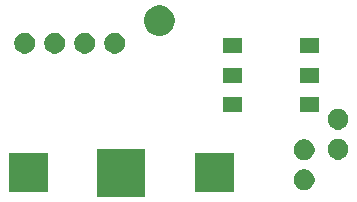
<source format=gbr>
G04 #@! TF.GenerationSoftware,KiCad,Pcbnew,(5.0.2)-1*
G04 #@! TF.CreationDate,2019-01-23T22:06:34-08:00*
G04 #@! TF.ProjectId,heart,68656172-742e-46b6-9963-61645f706362,rev?*
G04 #@! TF.SameCoordinates,Original*
G04 #@! TF.FileFunction,Soldermask,Bot*
G04 #@! TF.FilePolarity,Negative*
%FSLAX46Y46*%
G04 Gerber Fmt 4.6, Leading zero omitted, Abs format (unit mm)*
G04 Created by KiCad (PCBNEW (5.0.2)-1) date 1/23/2019 10:06:34 PM*
%MOMM*%
%LPD*%
G01*
G04 APERTURE LIST*
%ADD10C,0.100000*%
G04 APERTURE END LIST*
D10*
G36*
X-1179560Y14108160D02*
X-5241560Y14108160D01*
X-5241560Y18170160D01*
X-1179560Y18170160D01*
X-1179560Y14108160D01*
X-1179560Y14108160D01*
G37*
G36*
X6300440Y14498160D02*
X3018440Y14498160D01*
X3018440Y17780160D01*
X6300440Y17780160D01*
X6300440Y14498160D01*
X6300440Y14498160D01*
G37*
G36*
X-9439560Y14498160D02*
X-12721560Y14498160D01*
X-12721560Y17780160D01*
X-9439560Y17780160D01*
X-9439560Y14498160D01*
X-9439560Y14498160D01*
G37*
G36*
X12401869Y16417464D02*
X12528800Y16392216D01*
X12688222Y16326181D01*
X12831698Y16230314D01*
X12953714Y16108298D01*
X13049581Y15964822D01*
X13115616Y15805400D01*
X13149280Y15636159D01*
X13149280Y15463601D01*
X13115616Y15294360D01*
X13049581Y15134938D01*
X12953714Y14991462D01*
X12831698Y14869446D01*
X12688222Y14773579D01*
X12528800Y14707544D01*
X12401869Y14682296D01*
X12359560Y14673880D01*
X12187000Y14673880D01*
X12144691Y14682296D01*
X12017760Y14707544D01*
X11858338Y14773579D01*
X11714862Y14869446D01*
X11592846Y14991462D01*
X11496979Y15134938D01*
X11430944Y15294360D01*
X11397280Y15463601D01*
X11397280Y15636159D01*
X11430944Y15805400D01*
X11496979Y15964822D01*
X11592846Y16108298D01*
X11714862Y16230314D01*
X11858338Y16326181D01*
X12017760Y16392216D01*
X12144691Y16417464D01*
X12187000Y16425880D01*
X12359560Y16425880D01*
X12401869Y16417464D01*
X12401869Y16417464D01*
G37*
G36*
X12401869Y18957464D02*
X12528800Y18932216D01*
X12688222Y18866181D01*
X12831698Y18770314D01*
X12953714Y18648298D01*
X13049581Y18504822D01*
X13115616Y18345400D01*
X13149280Y18176159D01*
X13149280Y18003601D01*
X13115616Y17834360D01*
X13049581Y17674938D01*
X12953714Y17531462D01*
X12831698Y17409446D01*
X12688222Y17313579D01*
X12528800Y17247544D01*
X12401869Y17222296D01*
X12359560Y17213880D01*
X12187000Y17213880D01*
X12144691Y17222296D01*
X12017760Y17247544D01*
X11858338Y17313579D01*
X11714862Y17409446D01*
X11592846Y17531462D01*
X11496979Y17674938D01*
X11430944Y17834360D01*
X11397280Y18003601D01*
X11397280Y18176159D01*
X11430944Y18345400D01*
X11496979Y18504822D01*
X11592846Y18648298D01*
X11714862Y18770314D01*
X11858338Y18866181D01*
X12017760Y18932216D01*
X12144691Y18957464D01*
X12187000Y18965880D01*
X12359560Y18965880D01*
X12401869Y18957464D01*
X12401869Y18957464D01*
G37*
G36*
X15251749Y18977784D02*
X15378680Y18952536D01*
X15538102Y18886501D01*
X15681578Y18790634D01*
X15803594Y18668618D01*
X15899461Y18525142D01*
X15965496Y18365720D01*
X15999160Y18196479D01*
X15999160Y18023921D01*
X15965496Y17854680D01*
X15899461Y17695258D01*
X15803594Y17551782D01*
X15681578Y17429766D01*
X15538102Y17333899D01*
X15378680Y17267864D01*
X15251749Y17242616D01*
X15209440Y17234200D01*
X15036880Y17234200D01*
X14994571Y17242616D01*
X14867640Y17267864D01*
X14708218Y17333899D01*
X14564742Y17429766D01*
X14442726Y17551782D01*
X14346859Y17695258D01*
X14280824Y17854680D01*
X14247160Y18023921D01*
X14247160Y18196479D01*
X14280824Y18365720D01*
X14346859Y18525142D01*
X14442726Y18668618D01*
X14564742Y18790634D01*
X14708218Y18886501D01*
X14867640Y18952536D01*
X14994571Y18977784D01*
X15036880Y18986200D01*
X15209440Y18986200D01*
X15251749Y18977784D01*
X15251749Y18977784D01*
G37*
G36*
X15251749Y21517784D02*
X15378680Y21492536D01*
X15538102Y21426501D01*
X15681578Y21330634D01*
X15803594Y21208618D01*
X15899461Y21065142D01*
X15965496Y20905720D01*
X15999160Y20736479D01*
X15999160Y20563921D01*
X15965496Y20394680D01*
X15899461Y20235258D01*
X15803594Y20091782D01*
X15681578Y19969766D01*
X15538102Y19873899D01*
X15378680Y19807864D01*
X15251749Y19782616D01*
X15209440Y19774200D01*
X15036880Y19774200D01*
X14994571Y19782616D01*
X14867640Y19807864D01*
X14708218Y19873899D01*
X14564742Y19969766D01*
X14442726Y20091782D01*
X14346859Y20235258D01*
X14280824Y20394680D01*
X14247160Y20563921D01*
X14247160Y20736479D01*
X14280824Y20905720D01*
X14346859Y21065142D01*
X14442726Y21208618D01*
X14564742Y21330634D01*
X14708218Y21426501D01*
X14867640Y21492536D01*
X14994571Y21517784D01*
X15036880Y21526200D01*
X15209440Y21526200D01*
X15251749Y21517784D01*
X15251749Y21517784D01*
G37*
G36*
X13525200Y21227920D02*
X11923200Y21227920D01*
X11923200Y22529920D01*
X13525200Y22529920D01*
X13525200Y21227920D01*
X13525200Y21227920D01*
G37*
G36*
X7025200Y21227920D02*
X5423200Y21227920D01*
X5423200Y22529920D01*
X7025200Y22529920D01*
X7025200Y21227920D01*
X7025200Y21227920D01*
G37*
G36*
X13525200Y23727920D02*
X11923200Y23727920D01*
X11923200Y25029920D01*
X13525200Y25029920D01*
X13525200Y23727920D01*
X13525200Y23727920D01*
G37*
G36*
X7025200Y23727920D02*
X5423200Y23727920D01*
X5423200Y25029920D01*
X7025200Y25029920D01*
X7025200Y23727920D01*
X7025200Y23727920D01*
G37*
G36*
X-11276011Y27954144D02*
X-11149080Y27928896D01*
X-10989658Y27862861D01*
X-10846182Y27766994D01*
X-10724166Y27644978D01*
X-10628299Y27501502D01*
X-10562264Y27342080D01*
X-10528600Y27172839D01*
X-10528600Y27000281D01*
X-10562264Y26831040D01*
X-10628299Y26671618D01*
X-10724166Y26528142D01*
X-10846182Y26406126D01*
X-10989658Y26310259D01*
X-11149080Y26244224D01*
X-11276011Y26218976D01*
X-11318320Y26210560D01*
X-11490880Y26210560D01*
X-11533189Y26218976D01*
X-11660120Y26244224D01*
X-11819542Y26310259D01*
X-11963018Y26406126D01*
X-12085034Y26528142D01*
X-12180901Y26671618D01*
X-12246936Y26831040D01*
X-12280600Y27000281D01*
X-12280600Y27172839D01*
X-12246936Y27342080D01*
X-12180901Y27501502D01*
X-12085034Y27644978D01*
X-11963018Y27766994D01*
X-11819542Y27862861D01*
X-11660120Y27928896D01*
X-11533189Y27954144D01*
X-11490880Y27962560D01*
X-11318320Y27962560D01*
X-11276011Y27954144D01*
X-11276011Y27954144D01*
G37*
G36*
X-8736011Y27954144D02*
X-8609080Y27928896D01*
X-8449658Y27862861D01*
X-8306182Y27766994D01*
X-8184166Y27644978D01*
X-8088299Y27501502D01*
X-8022264Y27342080D01*
X-7988600Y27172839D01*
X-7988600Y27000281D01*
X-8022264Y26831040D01*
X-8088299Y26671618D01*
X-8184166Y26528142D01*
X-8306182Y26406126D01*
X-8449658Y26310259D01*
X-8609080Y26244224D01*
X-8736011Y26218976D01*
X-8778320Y26210560D01*
X-8950880Y26210560D01*
X-8993189Y26218976D01*
X-9120120Y26244224D01*
X-9279542Y26310259D01*
X-9423018Y26406126D01*
X-9545034Y26528142D01*
X-9640901Y26671618D01*
X-9706936Y26831040D01*
X-9740600Y27000281D01*
X-9740600Y27172839D01*
X-9706936Y27342080D01*
X-9640901Y27501502D01*
X-9545034Y27644978D01*
X-9423018Y27766994D01*
X-9279542Y27862861D01*
X-9120120Y27928896D01*
X-8993189Y27954144D01*
X-8950880Y27962560D01*
X-8778320Y27962560D01*
X-8736011Y27954144D01*
X-8736011Y27954144D01*
G37*
G36*
X-6196011Y27954144D02*
X-6069080Y27928896D01*
X-5909658Y27862861D01*
X-5766182Y27766994D01*
X-5644166Y27644978D01*
X-5548299Y27501502D01*
X-5482264Y27342080D01*
X-5448600Y27172839D01*
X-5448600Y27000281D01*
X-5482264Y26831040D01*
X-5548299Y26671618D01*
X-5644166Y26528142D01*
X-5766182Y26406126D01*
X-5909658Y26310259D01*
X-6069080Y26244224D01*
X-6196011Y26218976D01*
X-6238320Y26210560D01*
X-6410880Y26210560D01*
X-6453189Y26218976D01*
X-6580120Y26244224D01*
X-6739542Y26310259D01*
X-6883018Y26406126D01*
X-7005034Y26528142D01*
X-7100901Y26671618D01*
X-7166936Y26831040D01*
X-7200600Y27000281D01*
X-7200600Y27172839D01*
X-7166936Y27342080D01*
X-7100901Y27501502D01*
X-7005034Y27644978D01*
X-6883018Y27766994D01*
X-6739542Y27862861D01*
X-6580120Y27928896D01*
X-6453189Y27954144D01*
X-6410880Y27962560D01*
X-6238320Y27962560D01*
X-6196011Y27954144D01*
X-6196011Y27954144D01*
G37*
G36*
X-3656011Y27954144D02*
X-3529080Y27928896D01*
X-3369658Y27862861D01*
X-3226182Y27766994D01*
X-3104166Y27644978D01*
X-3008299Y27501502D01*
X-2942264Y27342080D01*
X-2908600Y27172839D01*
X-2908600Y27000281D01*
X-2942264Y26831040D01*
X-3008299Y26671618D01*
X-3104166Y26528142D01*
X-3226182Y26406126D01*
X-3369658Y26310259D01*
X-3529080Y26244224D01*
X-3656011Y26218976D01*
X-3698320Y26210560D01*
X-3870880Y26210560D01*
X-3913189Y26218976D01*
X-4040120Y26244224D01*
X-4199542Y26310259D01*
X-4343018Y26406126D01*
X-4465034Y26528142D01*
X-4560901Y26671618D01*
X-4626936Y26831040D01*
X-4660600Y27000281D01*
X-4660600Y27172839D01*
X-4626936Y27342080D01*
X-4560901Y27501502D01*
X-4465034Y27644978D01*
X-4343018Y27766994D01*
X-4199542Y27862861D01*
X-4040120Y27928896D01*
X-3913189Y27954144D01*
X-3870880Y27962560D01*
X-3698320Y27962560D01*
X-3656011Y27954144D01*
X-3656011Y27954144D01*
G37*
G36*
X7025200Y26227920D02*
X5423200Y26227920D01*
X5423200Y27529920D01*
X7025200Y27529920D01*
X7025200Y26227920D01*
X7025200Y26227920D01*
G37*
G36*
X13525200Y26227920D02*
X11923200Y26227920D01*
X11923200Y27529920D01*
X13525200Y27529920D01*
X13525200Y26227920D01*
X13525200Y26227920D01*
G37*
G36*
X379485Y30251004D02*
X379487Y30251003D01*
X379488Y30251003D01*
X616255Y30152931D01*
X829342Y30010551D01*
X1010551Y29829342D01*
X1152931Y29616255D01*
X1251004Y29379485D01*
X1301000Y29128139D01*
X1301000Y28871861D01*
X1251004Y28620515D01*
X1152931Y28383745D01*
X1010551Y28170658D01*
X829342Y27989449D01*
X829339Y27989447D01*
X616255Y27847069D01*
X379488Y27748997D01*
X379487Y27748997D01*
X379485Y27748996D01*
X128139Y27699000D01*
X-128139Y27699000D01*
X-379485Y27748996D01*
X-379487Y27748997D01*
X-379488Y27748997D01*
X-616255Y27847069D01*
X-829339Y27989447D01*
X-829342Y27989449D01*
X-1010551Y28170658D01*
X-1152931Y28383745D01*
X-1251004Y28620515D01*
X-1301000Y28871861D01*
X-1301000Y29128139D01*
X-1251004Y29379485D01*
X-1152931Y29616255D01*
X-1010551Y29829342D01*
X-829342Y30010551D01*
X-616255Y30152931D01*
X-379488Y30251003D01*
X-379487Y30251003D01*
X-379485Y30251004D01*
X-128139Y30301000D01*
X128139Y30301000D01*
X379485Y30251004D01*
X379485Y30251004D01*
G37*
M02*

</source>
